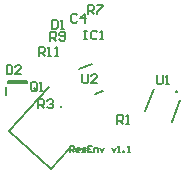
<source format=gto>
%FSTAX23Y23*%
%MOIN*%
%SFA1B1*%

%IPPOS*%
%ADD10C,0.007870*%
%ADD11C,0.006000*%
%LNkoosh_sensor_top_v1_1-1*%
%LPD*%
G54D10*
X00197Y00217D02*
D01*
X00197Y00217*
X00197Y00217*
X00197Y00217*
X00197Y00217*
X00197Y00218*
X00197Y00218*
X00197Y00218*
X00197Y00218*
X00197Y00218*
X00197Y00218*
X00197Y00218*
X00197Y00218*
X00197Y00218*
X00197Y00218*
X00197Y00218*
X00197Y00218*
X00197Y00218*
X00197Y00218*
X00196Y00218*
X00196Y00218*
X00196Y00218*
X00196Y00218*
X00196*
X00196Y00218*
X00196Y00218*
X00196Y00218*
X00196Y00218*
X00196Y00218*
X00196Y00218*
X00196Y00218*
X00195Y00218*
X00195Y00218*
X00195Y00218*
X00195Y00218*
X00195Y00218*
X00195Y00218*
X00195Y00218*
X00195Y00218*
X00195Y00218*
X00195Y00218*
X00195Y00217*
X00195Y00217*
X00195Y00217*
X00195Y00217*
X00195Y00217*
X00195Y00217*
X00195Y00217*
X00195Y00217*
X00195Y00217*
X00195Y00217*
X00195Y00217*
X00195Y00217*
X00195Y00216*
X00195Y00216*
X00195Y00216*
X00195Y00216*
X00195Y00216*
X00195Y00216*
X00195Y00216*
X00196Y00216*
X00196Y00216*
X00196Y00216*
X00196Y00216*
X00196Y00216*
X00196Y00216*
X00196Y00216*
X00196Y00216*
X00196*
X00196Y00216*
X00196Y00216*
X00196Y00216*
X00197Y00216*
X00197Y00216*
X00197Y00216*
X00197Y00216*
X00197Y00216*
X00197Y00216*
X00197Y00216*
X00197Y00216*
X00197Y00216*
X00197Y00216*
X00197Y00216*
X00197Y00217*
X00197Y00217*
X00197Y00217*
X00197Y00217*
X00197Y00217*
X00197Y00217*
X00197Y00217*
X00197Y00217*
X00582Y00266D02*
D01*
X00582Y00266*
X00582Y00266*
X00582Y00266*
X00582Y00266*
X00582Y00266*
X00582Y00266*
X00582Y00266*
X00582Y00266*
X00582Y00267*
X00582Y00267*
X00582Y00267*
X00581Y00267*
X00581Y00267*
X00581Y00267*
X00581Y00267*
X00581Y00267*
X00581Y00267*
X00581Y00267*
X00581Y00267*
X00581Y00267*
X00581Y00267*
X00581Y00267*
X0058*
X0058Y00267*
X0058Y00267*
X0058Y00267*
X0058Y00267*
X0058Y00267*
X0058Y00267*
X0058Y00267*
X0058Y00267*
X0058Y00267*
X0058Y00267*
X0058Y00267*
X0058Y00267*
X00579Y00267*
X00579Y00266*
X00579Y00266*
X00579Y00266*
X00579Y00266*
X00579Y00266*
X00579Y00266*
X00579Y00266*
X00579Y00266*
X00579Y00266*
X00579Y00266*
X00579Y00266*
X00579Y00265*
X00579Y00265*
X00579Y00265*
X00579Y00265*
X00579Y00265*
X00579Y00265*
X00579Y00265*
X0058Y00265*
X0058Y00265*
X0058Y00265*
X0058Y00265*
X0058Y00265*
X0058Y00265*
X0058Y00265*
X0058Y00265*
X0058Y00264*
X0058Y00264*
X0058Y00264*
X0058Y00264*
X0058Y00264*
X00581*
X00581Y00264*
X00581Y00264*
X00581Y00264*
X00581Y00264*
X00581Y00265*
X00581Y00265*
X00581Y00265*
X00581Y00265*
X00581Y00265*
X00581Y00265*
X00582Y00265*
X00582Y00265*
X00582Y00265*
X00582Y00265*
X00582Y00265*
X00582Y00265*
X00582Y00265*
X00582Y00265*
X00582Y00265*
X00582Y00266*
X00582Y00266*
X00582Y00266*
X00255Y00342D02*
X00299Y00359D01*
X00308Y00257D02*
X00334Y00267D01*
X00023Y00133D02*
X00157Y00282D01*
X00023Y00133D02*
X00161Y00009D01*
X00221Y00076*
X00018Y00295D02*
Y00301D01*
X00081*
Y00295D02*
Y00301D01*
X00018Y00295D02*
X00081D01*
X00011Y00255D02*
Y00281D01*
X00564Y00165D02*
X00593Y00238D01*
X00476Y00201D02*
X00505Y00274D01*
G54D11*
X00226Y00066D02*
Y00085D01*
X00236*
X00239Y00082*
Y00076*
X00236Y00072*
X00226*
X00232D02*
X00239Y00066D01*
X00255D02*
X00249D01*
X00245Y00069*
Y00076*
X00249Y00079*
X00255*
X00259Y00076*
Y00072*
X00245*
X00265Y00066D02*
X00275D01*
X00279Y00069*
X00275Y00072*
X00269*
X00265Y00076*
X00269Y00079*
X00279*
X00299Y00085D02*
X00285D01*
Y00066*
X00299*
X00285Y00076D02*
X00292D01*
X00305Y00066D02*
Y00079D01*
X00315*
X00319Y00076*
Y00066*
X00325Y00079D02*
X00332Y00066D01*
X00339Y00079*
X00365D02*
X00372Y00066D01*
X00379Y00079*
X00385Y00066D02*
X00392D01*
X00389*
Y00085*
X00385Y00082*
X00402Y00066D02*
Y00069D01*
X00405*
Y00066*
X00402*
X00419D02*
X00425D01*
X00422*
Y00085*
X00419Y00082*
X00014Y00353D02*
Y00324D01*
X00028*
X00033Y00329*
Y00348*
X00028Y00353*
X00014*
X00063Y00324D02*
X00043D01*
X00063Y00343*
Y00348*
X00058Y00353*
X00048*
X00043Y00348*
X00285Y00525D02*
Y00555D01*
X003*
X00305Y0055*
Y0054*
X003Y00535*
X00285*
X00295D02*
X00305Y00525D01*
X00315Y00555D02*
X00334D01*
Y0055*
X00315Y0053*
Y00525*
X0012Y0021D02*
Y0024D01*
X00135*
X0014Y00235*
Y00225*
X00135Y0022*
X0012*
X0013D02*
X0014Y0021D01*
X0015Y00235D02*
X00155Y0024D01*
X00164*
X00169Y00235*
Y0023*
X00164Y00225*
X0016*
X00164*
X00169Y0022*
Y00215*
X00164Y0021*
X00155*
X0015Y00215*
X00122Y00385D02*
Y00415D01*
X00137*
X00142Y0041*
Y004*
X00137Y00395*
X00122*
X00132D02*
X00142Y00385D01*
X00152D02*
X00162D01*
X00157*
Y00415*
X00152Y0041*
X00177Y00385D02*
X00187D01*
X00182*
Y00415*
X00177Y0041*
X0016Y00435D02*
Y00464D01*
X00175*
X0018Y0046*
Y0045*
X00175Y00445*
X0016*
X0017D02*
X0018Y00435D01*
X0019Y0044D02*
X00195Y00435D01*
X00204*
X00209Y0044*
Y0046*
X00204Y00464*
X00195*
X0019Y0046*
Y00455*
X00195Y0045*
X00209*
X00383Y00158D02*
Y00188D01*
X00398*
X00403Y00183*
Y00173*
X00398Y00168*
X00383*
X00393D02*
X00403Y00158D01*
X00413D02*
X00423D01*
X00418*
Y00188*
X00413Y00183*
X00515Y00321D02*
Y00296D01*
X0052Y00291*
X0053*
X00535Y00296*
Y00321*
X00545Y00291D02*
X00554D01*
X0055*
Y00321*
X00545Y00316*
X00266Y00324D02*
Y00299D01*
X00271Y00294*
X00281*
X00286Y00299*
Y00324*
X00316Y00294D02*
X00296D01*
X00316Y00314*
Y00319*
X00311Y00324*
X00301*
X00296Y00319*
X00114Y00273D02*
Y00293D01*
X00109Y00298*
X00099*
X00094Y00293*
Y00273*
X00099Y00268*
X00109*
X00104Y00278D02*
X00114Y00268D01*
X00109D02*
X00114Y00273D01*
X00124Y00268D02*
X00134D01*
X00129*
Y00298*
X00124Y00293*
X00272Y00469D02*
X00282D01*
X00277*
Y0044*
X00272*
X00282*
X00317Y00465D02*
X00312Y00469D01*
X00302*
X00297Y00465*
Y00445*
X00302Y0044*
X00312*
X00317Y00445*
X00327Y0044D02*
X00337D01*
X00332*
Y00469*
X00327Y00465*
X00165Y00504D02*
Y00475D01*
X0018*
X00185Y0048*
Y005*
X0018Y00504*
X00165*
X00195Y00475D02*
X00204D01*
X00199*
Y00504*
X00195Y005*
X0025Y0052D02*
X00245Y00525D01*
X00235*
X0023Y0052*
Y005*
X00235Y00495*
X00245*
X0025Y005*
X00274Y00495D02*
Y00525D01*
X0026Y0051*
X00279*
M02*
</source>
